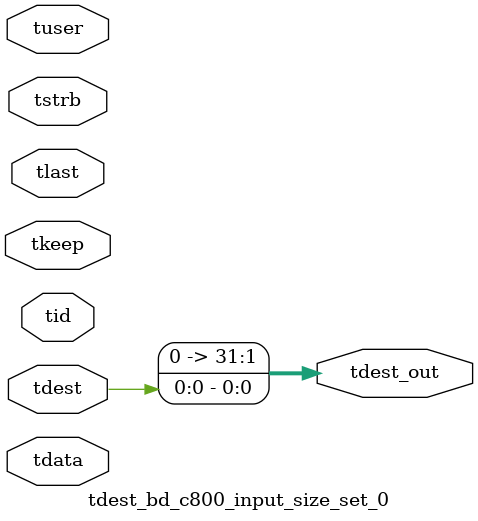
<source format=v>


`timescale 1ps/1ps

module tdest_bd_c800_input_size_set_0 #
(
parameter C_S_AXIS_TDATA_WIDTH = 32,
parameter C_S_AXIS_TUSER_WIDTH = 0,
parameter C_S_AXIS_TID_WIDTH   = 0,
parameter C_S_AXIS_TDEST_WIDTH = 0,
parameter C_M_AXIS_TDEST_WIDTH = 32
)
(
input  [(C_S_AXIS_TDATA_WIDTH == 0 ? 1 : C_S_AXIS_TDATA_WIDTH)-1:0     ] tdata,
input  [(C_S_AXIS_TUSER_WIDTH == 0 ? 1 : C_S_AXIS_TUSER_WIDTH)-1:0     ] tuser,
input  [(C_S_AXIS_TID_WIDTH   == 0 ? 1 : C_S_AXIS_TID_WIDTH)-1:0       ] tid,
input  [(C_S_AXIS_TDEST_WIDTH == 0 ? 1 : C_S_AXIS_TDEST_WIDTH)-1:0     ] tdest,
input  [(C_S_AXIS_TDATA_WIDTH/8)-1:0 ] tkeep,
input  [(C_S_AXIS_TDATA_WIDTH/8)-1:0 ] tstrb,
input                                                                    tlast,
output [C_M_AXIS_TDEST_WIDTH-1:0] tdest_out
);

assign tdest_out = {tdest[0:0]};

endmodule


</source>
